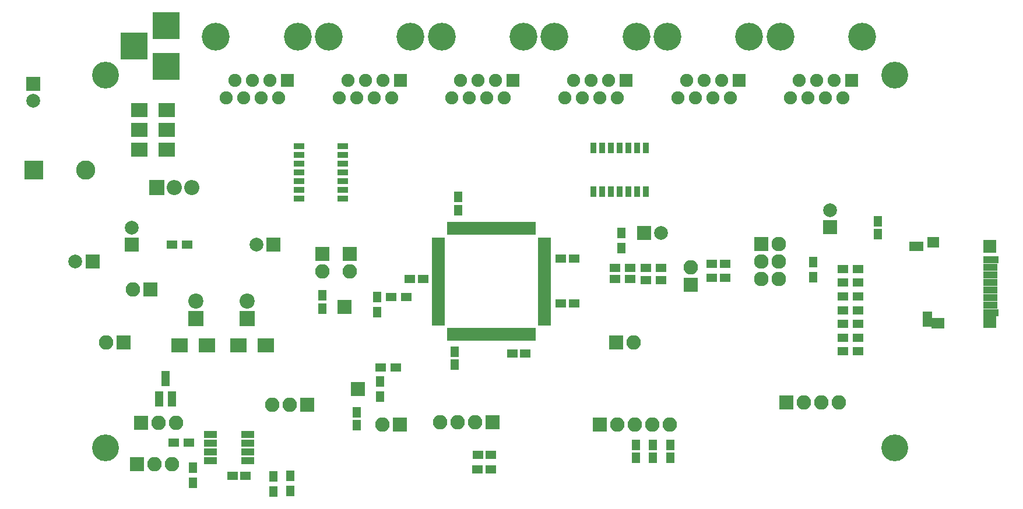
<source format=gts>
G04 #@! TF.FileFunction,Soldermask,Top*
%FSLAX46Y46*%
G04 Gerber Fmt 4.6, Leading zero omitted, Abs format (unit mm)*
G04 Created by KiCad (PCBNEW 4.0.6) date 02/16/18 16:32:41*
%MOMM*%
%LPD*%
G01*
G04 APERTURE LIST*
%ADD10C,0.100000*%
%ADD11R,0.950000X1.900000*%
%ADD12R,1.900000X0.950000*%
%ADD13C,4.050000*%
%ADD14R,1.900000X1.900000*%
%ADD15C,1.900000*%
%ADD16R,2.000000X2.000000*%
%ADD17C,2.000000*%
%ADD18R,1.150000X1.600000*%
%ADD19R,1.600000X1.150000*%
%ADD20R,2.100000X2.100000*%
%ADD21O,2.100000X2.100000*%
%ADD22R,2.127200X2.127200*%
%ADD23O,2.127200X2.127200*%
%ADD24R,1.600000X1.300000*%
%ADD25R,2.400000X2.100000*%
%ADD26R,1.300000X1.600000*%
%ADD27R,2.200000X2.200000*%
%ADD28O,2.200000X2.200000*%
%ADD29R,1.950000X1.000000*%
%ADD30R,3.900000X3.900000*%
%ADD31C,3.900000*%
%ADD32C,2.200000*%
%ADD33R,0.908000X1.543000*%
%ADD34R,1.543000X0.908000*%
%ADD35R,1.200000X2.300000*%
%ADD36R,2.800000X2.800000*%
%ADD37C,2.800000*%
%ADD38R,1.900000X1.700000*%
%ADD39R,2.250000X1.100000*%
%ADD40R,2.150000X1.100000*%
%ADD41R,1.800000X1.600000*%
%ADD42R,2.100000X1.400000*%
%ADD43R,1.900000X1.600000*%
%ADD44R,1.400000X2.250000*%
G04 APERTURE END LIST*
D10*
D11*
X147850000Y-91140000D03*
X147050000Y-91140000D03*
X146250000Y-91140000D03*
X145450000Y-91140000D03*
X144650000Y-91140000D03*
X143850000Y-91140000D03*
X143050000Y-91140000D03*
X142250000Y-91140000D03*
X141450000Y-91140000D03*
X140650000Y-91140000D03*
X139850000Y-91140000D03*
X139050000Y-91140000D03*
X138250000Y-91140000D03*
X137450000Y-91140000D03*
X136650000Y-91140000D03*
X135850000Y-91140000D03*
D12*
X134150000Y-92840000D03*
X134150000Y-93640000D03*
X134150000Y-94440000D03*
X134150000Y-95240000D03*
X134150000Y-96040000D03*
X134150000Y-96840000D03*
X134150000Y-97640000D03*
X134150000Y-98440000D03*
X134150000Y-99240000D03*
X134150000Y-100040000D03*
X134150000Y-100840000D03*
X134150000Y-101640000D03*
X134150000Y-102440000D03*
X134150000Y-103240000D03*
X134150000Y-104040000D03*
X134150000Y-104840000D03*
D11*
X135850000Y-106540000D03*
X136650000Y-106540000D03*
X137450000Y-106540000D03*
X138250000Y-106540000D03*
X139050000Y-106540000D03*
X139850000Y-106540000D03*
X140650000Y-106540000D03*
X141450000Y-106540000D03*
X142250000Y-106540000D03*
X143050000Y-106540000D03*
X143850000Y-106540000D03*
X144650000Y-106540000D03*
X145450000Y-106540000D03*
X146250000Y-106540000D03*
X147050000Y-106540000D03*
X147850000Y-106540000D03*
D12*
X149550000Y-104840000D03*
X149550000Y-104040000D03*
X149550000Y-103240000D03*
X149550000Y-102440000D03*
X149550000Y-101640000D03*
X149550000Y-100840000D03*
X149550000Y-100040000D03*
X149550000Y-99240000D03*
X149550000Y-98440000D03*
X149550000Y-97640000D03*
X149550000Y-96840000D03*
X149550000Y-96040000D03*
X149550000Y-95240000D03*
X149550000Y-94440000D03*
X149550000Y-93640000D03*
X149550000Y-92840000D03*
D13*
X183820000Y-63250000D03*
X195690000Y-63250000D03*
D14*
X194200000Y-69600000D03*
D15*
X192930000Y-72140000D03*
X191660000Y-69600000D03*
X190390000Y-72140000D03*
X189120000Y-69600000D03*
X187850000Y-72140000D03*
X186580000Y-69600000D03*
X185310000Y-72140000D03*
D16*
X75300000Y-70100000D03*
D17*
X75300000Y-72600000D03*
D16*
X89600000Y-93500000D03*
D17*
X89600000Y-91000000D03*
D18*
X167800000Y-122600000D03*
X167800000Y-124500000D03*
D19*
X139840000Y-126120000D03*
X141740000Y-126120000D03*
D16*
X83900000Y-95900000D03*
D17*
X81400000Y-95900000D03*
D18*
X165300000Y-122600000D03*
X165300000Y-124500000D03*
D19*
X139850000Y-124050000D03*
X141750000Y-124050000D03*
D18*
X162800000Y-122600000D03*
X162800000Y-124500000D03*
D19*
X131900000Y-98500000D03*
X130000000Y-98500000D03*
X151950000Y-102000000D03*
X153850000Y-102000000D03*
D18*
X137000000Y-88450000D03*
X137000000Y-86550000D03*
X136500000Y-109050000D03*
X136500000Y-110950000D03*
D19*
X144850000Y-109300000D03*
X146750000Y-109300000D03*
X153850000Y-95500000D03*
X151950000Y-95500000D03*
D16*
X164000000Y-91800000D03*
D17*
X166500000Y-91800000D03*
D16*
X110200000Y-93450000D03*
D17*
X107700000Y-93450000D03*
D20*
X142000000Y-119300000D03*
D21*
X139460000Y-119300000D03*
X136920000Y-119300000D03*
X134380000Y-119300000D03*
D20*
X157600000Y-119600000D03*
D21*
X160140000Y-119600000D03*
X162680000Y-119600000D03*
X165220000Y-119600000D03*
X167760000Y-119600000D03*
D22*
X181000000Y-93400000D03*
D23*
X183540000Y-93400000D03*
X181000000Y-95940000D03*
X183540000Y-95940000D03*
X181000000Y-98480000D03*
X183540000Y-98480000D03*
D13*
X167420000Y-63250000D03*
X179290000Y-63250000D03*
D14*
X177800000Y-69600000D03*
D15*
X176530000Y-72140000D03*
X175260000Y-69600000D03*
X173990000Y-72140000D03*
X172720000Y-69600000D03*
X171450000Y-72140000D03*
X170180000Y-69600000D03*
X168910000Y-72140000D03*
D13*
X151020000Y-63250000D03*
X162890000Y-63250000D03*
D14*
X161400000Y-69600000D03*
D15*
X160130000Y-72140000D03*
X158860000Y-69600000D03*
X157590000Y-72140000D03*
X156320000Y-69600000D03*
X155050000Y-72140000D03*
X153780000Y-69600000D03*
X152510000Y-72140000D03*
D13*
X134620000Y-63250000D03*
X146490000Y-63250000D03*
D14*
X145000000Y-69600000D03*
D15*
X143730000Y-72140000D03*
X142460000Y-69600000D03*
X141190000Y-72140000D03*
X139920000Y-69600000D03*
X138650000Y-72140000D03*
X137380000Y-69600000D03*
X136110000Y-72140000D03*
D13*
X118220000Y-63250000D03*
X130090000Y-63250000D03*
D14*
X128600000Y-69600000D03*
D15*
X127330000Y-72140000D03*
X126060000Y-69600000D03*
X124790000Y-72140000D03*
X123520000Y-69600000D03*
X122250000Y-72140000D03*
X120980000Y-69600000D03*
X119710000Y-72140000D03*
D13*
X101820000Y-63250000D03*
X113690000Y-63250000D03*
D14*
X112200000Y-69600000D03*
D15*
X110930000Y-72140000D03*
X109660000Y-69600000D03*
X108390000Y-72140000D03*
X107120000Y-69600000D03*
X105850000Y-72140000D03*
X104580000Y-69600000D03*
X103310000Y-72140000D03*
D24*
X95400000Y-93500000D03*
X97600000Y-93500000D03*
D25*
X90700000Y-76800000D03*
X94700000Y-76800000D03*
X94700000Y-73900000D03*
X90700000Y-73900000D03*
X94700000Y-79700000D03*
X90700000Y-79700000D03*
D26*
X188600000Y-98200000D03*
X188600000Y-96000000D03*
D27*
X93270000Y-85150000D03*
D28*
X95810000Y-85150000D03*
X98350000Y-85150000D03*
D29*
X106450000Y-124875000D03*
X106450000Y-123605000D03*
X106450000Y-122335000D03*
X106450000Y-121065000D03*
X101050000Y-121065000D03*
X101050000Y-122335000D03*
X101050000Y-123605000D03*
X101050000Y-124875000D03*
D30*
X94600000Y-67600000D03*
X94600000Y-61600000D03*
X89900000Y-64600000D03*
D20*
X115050000Y-116750000D03*
D21*
X112510000Y-116750000D03*
X109970000Y-116750000D03*
D31*
X85800000Y-123000000D03*
X200400000Y-123000000D03*
X200400000Y-68800000D03*
X85800000Y-68800000D03*
D27*
X106400000Y-104200000D03*
D32*
X106400000Y-101660000D03*
D27*
X98900000Y-104200000D03*
D32*
X98900000Y-101660000D03*
D25*
X109100000Y-108100000D03*
X105100000Y-108100000D03*
X100500000Y-108100000D03*
X96500000Y-108100000D03*
D19*
X106125000Y-127050000D03*
X104225000Y-127050000D03*
D33*
X156690000Y-85802000D03*
X157960000Y-85802000D03*
X159230000Y-85802000D03*
X160500000Y-85802000D03*
X161770000Y-85802000D03*
X163040000Y-85802000D03*
X164310000Y-85802000D03*
X164310000Y-79452000D03*
X163040000Y-79452000D03*
X160500000Y-79452000D03*
X159230000Y-79452000D03*
X157960000Y-79452000D03*
X156690000Y-79452000D03*
X161770000Y-79452000D03*
D34*
X113898000Y-79190000D03*
X113898000Y-80460000D03*
X113898000Y-81730000D03*
X113898000Y-83000000D03*
X113898000Y-84270000D03*
X113898000Y-85540000D03*
X113898000Y-86810000D03*
X120248000Y-86810000D03*
X120248000Y-85540000D03*
X120248000Y-83000000D03*
X120248000Y-81730000D03*
X120248000Y-80460000D03*
X120248000Y-79190000D03*
X120248000Y-84270000D03*
D35*
X93575000Y-115925000D03*
X95475000Y-115925000D03*
X94525000Y-112925000D03*
D26*
X98500000Y-125875000D03*
X98500000Y-128075000D03*
D24*
X95660000Y-122250000D03*
X97860000Y-122250000D03*
D26*
X110150000Y-127150000D03*
X110150000Y-129350000D03*
X112600000Y-127100000D03*
X112600000Y-129300000D03*
D20*
X90400000Y-125425000D03*
D21*
X92940000Y-125425000D03*
X95480000Y-125425000D03*
D20*
X90925000Y-119400000D03*
D21*
X93465000Y-119400000D03*
X96005000Y-119400000D03*
D26*
X125200000Y-101100000D03*
X125200000Y-103300000D03*
X125650000Y-113350000D03*
X125650000Y-115550000D03*
D24*
X164300000Y-96900000D03*
X166500000Y-96900000D03*
X164300000Y-98600000D03*
X166500000Y-98600000D03*
X127300000Y-101100000D03*
X129500000Y-101100000D03*
X125750000Y-111350000D03*
X127950000Y-111350000D03*
X162000000Y-96900000D03*
X159800000Y-96900000D03*
X162000000Y-98500000D03*
X159800000Y-98500000D03*
D26*
X160700000Y-94000000D03*
X160700000Y-91800000D03*
D16*
X191010000Y-90950000D03*
D17*
X191010000Y-88450000D03*
D18*
X198000000Y-91950000D03*
X198000000Y-90050000D03*
D24*
X195100000Y-103000000D03*
X192900000Y-103000000D03*
X192900000Y-97000000D03*
X195100000Y-97000000D03*
X192900000Y-99000000D03*
X195100000Y-99000000D03*
X195100000Y-105000000D03*
X192900000Y-105000000D03*
X195100000Y-107000000D03*
X192900000Y-107000000D03*
X195100000Y-101000000D03*
X192900000Y-101000000D03*
D20*
X120480000Y-102540000D03*
X122450000Y-114450000D03*
X170800000Y-99300000D03*
D21*
X170800000Y-96760000D03*
D24*
X195100000Y-109000000D03*
X192900000Y-109000000D03*
D20*
X88400000Y-107700000D03*
D21*
X85860000Y-107700000D03*
D20*
X92300000Y-100000000D03*
D21*
X89760000Y-100000000D03*
D20*
X184700000Y-116400000D03*
D21*
X187240000Y-116400000D03*
X189780000Y-116400000D03*
X192320000Y-116400000D03*
D36*
X75400000Y-82640000D03*
D37*
X82900000Y-82640000D03*
D20*
X117300000Y-94800000D03*
D21*
X117300000Y-97340000D03*
D20*
X159940000Y-107670000D03*
D21*
X162480000Y-107670000D03*
D20*
X128520000Y-119630000D03*
D21*
X125980000Y-119630000D03*
D20*
X121300000Y-94800000D03*
D21*
X121300000Y-97340000D03*
D38*
X214250000Y-104700000D03*
D39*
X214400000Y-103400000D03*
D40*
X214350000Y-102300000D03*
X214350000Y-101200000D03*
X214350000Y-100100000D03*
X214350000Y-99000000D03*
X214350000Y-97900000D03*
X214350000Y-96800000D03*
D39*
X214400000Y-95700000D03*
D14*
X214250000Y-93750000D03*
D41*
X206000000Y-93150000D03*
D42*
X203550000Y-93750000D03*
D43*
X206650000Y-104900000D03*
D44*
X205150000Y-104350000D03*
D19*
X173850000Y-98300000D03*
X175750000Y-98300000D03*
X173850000Y-96300000D03*
X175750000Y-96300000D03*
D18*
X122300000Y-117850000D03*
X122300000Y-119750000D03*
X117300000Y-100850000D03*
X117300000Y-102750000D03*
M02*

</source>
